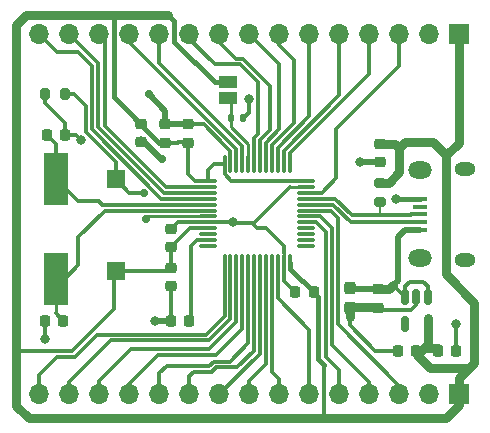
<source format=gbr>
%TF.GenerationSoftware,KiCad,Pcbnew,7.0.5-7.0.5~ubuntu20.04.1*%
%TF.CreationDate,2023-12-02T16:13:28+01:00*%
%TF.ProjectId,ST_prot,53545f70-726f-4742-9e6b-696361645f70,rev?*%
%TF.SameCoordinates,Original*%
%TF.FileFunction,Copper,L1,Top*%
%TF.FilePolarity,Positive*%
%FSLAX46Y46*%
G04 Gerber Fmt 4.6, Leading zero omitted, Abs format (unit mm)*
G04 Created by KiCad (PCBNEW 7.0.5-7.0.5~ubuntu20.04.1) date 2023-12-02 16:13:28*
%MOMM*%
%LPD*%
G01*
G04 APERTURE LIST*
G04 Aperture macros list*
%AMRoundRect*
0 Rectangle with rounded corners*
0 $1 Rounding radius*
0 $2 $3 $4 $5 $6 $7 $8 $9 X,Y pos of 4 corners*
0 Add a 4 corners polygon primitive as box body*
4,1,4,$2,$3,$4,$5,$6,$7,$8,$9,$2,$3,0*
0 Add four circle primitives for the rounded corners*
1,1,$1+$1,$2,$3*
1,1,$1+$1,$4,$5*
1,1,$1+$1,$6,$7*
1,1,$1+$1,$8,$9*
0 Add four rect primitives between the rounded corners*
20,1,$1+$1,$2,$3,$4,$5,0*
20,1,$1+$1,$4,$5,$6,$7,0*
20,1,$1+$1,$6,$7,$8,$9,0*
20,1,$1+$1,$8,$9,$2,$3,0*%
G04 Aperture macros list end*
%TA.AperFunction,SMDPad,CuDef*%
%ADD10RoundRect,0.237500X-0.237500X0.300000X-0.237500X-0.300000X0.237500X-0.300000X0.237500X0.300000X0*%
%TD*%
%TA.AperFunction,SMDPad,CuDef*%
%ADD11RoundRect,0.225000X0.225000X0.250000X-0.225000X0.250000X-0.225000X-0.250000X0.225000X-0.250000X0*%
%TD*%
%TA.AperFunction,SMDPad,CuDef*%
%ADD12RoundRect,0.225000X0.250000X-0.225000X0.250000X0.225000X-0.250000X0.225000X-0.250000X-0.225000X0*%
%TD*%
%TA.AperFunction,SMDPad,CuDef*%
%ADD13RoundRect,0.225000X-0.250000X0.225000X-0.250000X-0.225000X0.250000X-0.225000X0.250000X0.225000X0*%
%TD*%
%TA.AperFunction,SMDPad,CuDef*%
%ADD14RoundRect,0.225000X-0.225000X-0.250000X0.225000X-0.250000X0.225000X0.250000X-0.225000X0.250000X0*%
%TD*%
%TA.AperFunction,SMDPad,CuDef*%
%ADD15RoundRect,0.218750X0.218750X0.256250X-0.218750X0.256250X-0.218750X-0.256250X0.218750X-0.256250X0*%
%TD*%
%TA.AperFunction,SMDPad,CuDef*%
%ADD16RoundRect,0.218750X-0.218750X-0.256250X0.218750X-0.256250X0.218750X0.256250X-0.218750X0.256250X0*%
%TD*%
%TA.AperFunction,ComponentPad*%
%ADD17R,1.700000X1.700000*%
%TD*%
%TA.AperFunction,ComponentPad*%
%ADD18O,1.700000X1.700000*%
%TD*%
%TA.AperFunction,SMDPad,CuDef*%
%ADD19R,1.500000X1.000000*%
%TD*%
%TA.AperFunction,SMDPad,CuDef*%
%ADD20RoundRect,0.135000X-0.135000X-0.185000X0.135000X-0.185000X0.135000X0.185000X-0.135000X0.185000X0*%
%TD*%
%TA.AperFunction,SMDPad,CuDef*%
%ADD21RoundRect,0.075000X-0.662500X-0.075000X0.662500X-0.075000X0.662500X0.075000X-0.662500X0.075000X0*%
%TD*%
%TA.AperFunction,SMDPad,CuDef*%
%ADD22RoundRect,0.075000X-0.075000X-0.662500X0.075000X-0.662500X0.075000X0.662500X-0.075000X0.662500X0*%
%TD*%
%TA.AperFunction,SMDPad,CuDef*%
%ADD23R,2.000000X4.500000*%
%TD*%
%TA.AperFunction,SMDPad,CuDef*%
%ADD24R,1.300000X0.450000*%
%TD*%
%TA.AperFunction,ComponentPad*%
%ADD25O,1.800000X1.150000*%
%TD*%
%TA.AperFunction,ComponentPad*%
%ADD26O,2.000000X1.450000*%
%TD*%
%TA.AperFunction,SMDPad,CuDef*%
%ADD27RoundRect,0.200000X-0.275000X0.200000X-0.275000X-0.200000X0.275000X-0.200000X0.275000X0.200000X0*%
%TD*%
%TA.AperFunction,SMDPad,CuDef*%
%ADD28R,1.500000X1.500000*%
%TD*%
%TA.AperFunction,SMDPad,CuDef*%
%ADD29RoundRect,0.200000X-0.200000X-0.275000X0.200000X-0.275000X0.200000X0.275000X-0.200000X0.275000X0*%
%TD*%
%TA.AperFunction,SMDPad,CuDef*%
%ADD30RoundRect,0.150000X-0.150000X0.512500X-0.150000X-0.512500X0.150000X-0.512500X0.150000X0.512500X0*%
%TD*%
%TA.AperFunction,ViaPad*%
%ADD31C,0.800000*%
%TD*%
%TA.AperFunction,ViaPad*%
%ADD32C,0.700000*%
%TD*%
%TA.AperFunction,Conductor*%
%ADD33C,0.300000*%
%TD*%
%TA.AperFunction,Conductor*%
%ADD34C,0.250000*%
%TD*%
%TA.AperFunction,Conductor*%
%ADD35C,0.500000*%
%TD*%
%TA.AperFunction,Conductor*%
%ADD36C,0.400000*%
%TD*%
%TA.AperFunction,Conductor*%
%ADD37C,0.750000*%
%TD*%
%TA.AperFunction,Conductor*%
%ADD38C,0.200000*%
%TD*%
G04 APERTURE END LIST*
D10*
%TO.P,C1,1*%
%TO.N,+5V*%
X82169000Y-51956500D03*
%TO.P,C1,2*%
%TO.N,GND*%
X82169000Y-53681500D03*
%TD*%
D11*
%TO.P,C2,1*%
%TO.N,+3.3V*%
X87783000Y-57277000D03*
%TO.P,C2,2*%
%TO.N,GND*%
X86233000Y-57277000D03*
%TD*%
D12*
%TO.P,C3,1*%
%TO.N,+3.3V*%
X66548000Y-39637000D03*
%TO.P,C3,2*%
%TO.N,GND*%
X66548000Y-38087000D03*
%TD*%
D13*
%TO.P,C4,1*%
%TO.N,+3.3V*%
X64516000Y-38074000D03*
%TO.P,C4,2*%
%TO.N,GND*%
X64516000Y-39624000D03*
%TD*%
D11*
%TO.P,C5,1*%
%TO.N,+3.3V*%
X79121000Y-52324000D03*
%TO.P,C5,2*%
%TO.N,GND*%
X77571000Y-52324000D03*
%TD*%
D13*
%TO.P,C6,1*%
%TO.N,+3.3V*%
X84709000Y-39751000D03*
%TO.P,C6,2*%
%TO.N,GND*%
X84709000Y-41301000D03*
%TD*%
D12*
%TO.P,C7,1*%
%TO.N,+3.3V*%
X68453000Y-39650000D03*
%TO.P,C7,2*%
%TO.N,GND*%
X68453000Y-38100000D03*
%TD*%
%TO.P,C8,1*%
%TO.N,+3.3V*%
X67056000Y-48514000D03*
%TO.P,C8,2*%
%TO.N,GND*%
X67056000Y-46964000D03*
%TD*%
D14*
%TO.P,C10,1*%
%TO.N,/HSE_OUT*%
X56515000Y-38989000D03*
%TO.P,C10,2*%
%TO.N,GND*%
X58065000Y-38989000D03*
%TD*%
D11*
%TO.P,C11,1*%
%TO.N,/HSE_IN*%
X57912000Y-54737000D03*
%TO.P,C11,2*%
%TO.N,GND*%
X56362000Y-54737000D03*
%TD*%
D15*
%TO.P,D1,1,K*%
%TO.N,GND*%
X91186000Y-57277000D03*
%TO.P,D1,2,A*%
%TO.N,+3.3V*%
X89611000Y-57277000D03*
%TD*%
D16*
%TO.P,D2,1,K*%
%TO.N,GND*%
X67005000Y-54737000D03*
%TO.P,D2,2,A*%
%TO.N,/LED_STAT*%
X68580000Y-54737000D03*
%TD*%
D17*
%TO.P,J2,1,Pin_1*%
%TO.N,+3.3V*%
X91440000Y-30480000D03*
D18*
%TO.P,J2,2,Pin_2*%
%TO.N,GND*%
X88900000Y-30480000D03*
%TO.P,J2,3,Pin_3*%
%TO.N,SWDIO*%
X86360000Y-30480000D03*
%TO.P,J2,4,Pin_4*%
%TO.N,SWCLK*%
X83820000Y-30480000D03*
%TO.P,J2,5,Pin_5*%
%TO.N,PA15*%
X81280000Y-30480000D03*
%TO.P,J2,6,Pin_6*%
%TO.N,SWO*%
X78740000Y-30480000D03*
%TO.P,J2,7,Pin_7*%
%TO.N,PB4*%
X76200000Y-30480000D03*
%TO.P,J2,8,Pin_8*%
%TO.N,PB5*%
X73660000Y-30480000D03*
%TO.P,J2,9,Pin_9*%
%TO.N,PB6*%
X71120000Y-30480000D03*
%TO.P,J2,10,Pin_10*%
%TO.N,PB7*%
X68580000Y-30480000D03*
%TO.P,J2,11,Pin_11*%
%TO.N,PB8*%
X66040000Y-30480000D03*
%TO.P,J2,12,Pin_12*%
%TO.N,PB9*%
X63500000Y-30480000D03*
%TO.P,J2,13,Pin_13*%
%TO.N,PC13*%
X60960000Y-30480000D03*
%TO.P,J2,14,Pin_14*%
%TO.N,PC14*%
X58420000Y-30480000D03*
%TO.P,J2,15,Pin_15*%
%TO.N,PC15*%
X55880000Y-30480000D03*
%TD*%
D19*
%TO.P,JP1,1,A*%
%TO.N,+3.3V*%
X71882000Y-34544000D03*
%TO.P,JP1,2,B*%
%TO.N,/BOOT0*%
X71882000Y-35844000D03*
%TD*%
D20*
%TO.P,R2,1*%
%TO.N,/BOOT0*%
X72134000Y-37592000D03*
%TO.P,R2,2*%
%TO.N,GND*%
X73154000Y-37592000D03*
%TD*%
D21*
%TO.P,U2,1,VBAT*%
%TO.N,+3.3V*%
X70161000Y-42887000D03*
%TO.P,U2,2,PC13*%
%TO.N,PC13*%
X70161000Y-43387000D03*
%TO.P,U2,3,PC14*%
%TO.N,PC14*%
X70161000Y-43887000D03*
%TO.P,U2,4,PC15*%
%TO.N,PC15*%
X70161000Y-44387000D03*
%TO.P,U2,5,PD0*%
%TO.N,/HSE_OUT*%
X70161000Y-44887000D03*
%TO.P,U2,6,PD1*%
%TO.N,/HSE_IN*%
X70161000Y-45387000D03*
%TO.P,U2,7,NRST*%
%TO.N,Net-(U2-NRST)*%
X70161000Y-45887000D03*
%TO.P,U2,8,VSSA*%
%TO.N,GND*%
X70161000Y-46387000D03*
%TO.P,U2,9,VDDA*%
%TO.N,+3.3V*%
X70161000Y-46887000D03*
%TO.P,U2,10,PA0*%
%TO.N,unconnected-(U2-PA0-Pad10)*%
X70161000Y-47387000D03*
%TO.P,U2,11,PA1*%
%TO.N,/LED_STAT*%
X70161000Y-47887000D03*
%TO.P,U2,12,PA2*%
%TO.N,unconnected-(U2-PA2-Pad12)*%
X70161000Y-48387000D03*
D22*
%TO.P,U2,13,PA3*%
%TO.N,PA3*%
X71573500Y-49799500D03*
%TO.P,U2,14,PA4*%
%TO.N,PA4*%
X72073500Y-49799500D03*
%TO.P,U2,15,PA5*%
%TO.N,PA5*%
X72573500Y-49799500D03*
%TO.P,U2,16,PA6*%
%TO.N,PA6*%
X73073500Y-49799500D03*
%TO.P,U2,17,PA7*%
%TO.N,PA7*%
X73573500Y-49799500D03*
%TO.P,U2,18,PB0*%
%TO.N,PB0*%
X74073500Y-49799500D03*
%TO.P,U2,19,PB1*%
%TO.N,PB1*%
X74573500Y-49799500D03*
%TO.P,U2,20,PB2*%
%TO.N,PB2*%
X75073500Y-49799500D03*
%TO.P,U2,21,PB10*%
%TO.N,PB10*%
X75573500Y-49799500D03*
%TO.P,U2,22,PB11*%
%TO.N,PB11*%
X76073500Y-49799500D03*
%TO.P,U2,23,VSS*%
%TO.N,GND*%
X76573500Y-49799500D03*
%TO.P,U2,24,VDD*%
%TO.N,+3.3V*%
X77073500Y-49799500D03*
D21*
%TO.P,U2,25,PB12*%
%TO.N,unconnected-(U2-PB12-Pad25)*%
X78486000Y-48387000D03*
%TO.P,U2,26,PB13*%
%TO.N,unconnected-(U2-PB13-Pad26)*%
X78486000Y-47887000D03*
%TO.P,U2,27,PB14*%
%TO.N,unconnected-(U2-PB14-Pad27)*%
X78486000Y-47387000D03*
%TO.P,U2,28,PB15*%
%TO.N,unconnected-(U2-PB15-Pad28)*%
X78486000Y-46887000D03*
%TO.P,U2,29,PA8*%
%TO.N,PA8*%
X78486000Y-46387000D03*
%TO.P,U2,30,PA9*%
%TO.N,PA9*%
X78486000Y-45887000D03*
%TO.P,U2,31,PA10*%
%TO.N,PA10*%
X78486000Y-45387000D03*
%TO.P,U2,32,PA11*%
%TO.N,USB_D-*%
X78486000Y-44887000D03*
%TO.P,U2,33,PA12*%
%TO.N,USB_D+*%
X78486000Y-44387000D03*
%TO.P,U2,34,PA13*%
%TO.N,SWDIO*%
X78486000Y-43887000D03*
%TO.P,U2,35,VSS*%
%TO.N,GND*%
X78486000Y-43387000D03*
%TO.P,U2,36,VDD*%
%TO.N,+3.3V*%
X78486000Y-42887000D03*
D22*
%TO.P,U2,37,PA14*%
%TO.N,SWCLK*%
X77073500Y-41474500D03*
%TO.P,U2,38,PA15*%
%TO.N,PA15*%
X76573500Y-41474500D03*
%TO.P,U2,39,PB3*%
%TO.N,SWO*%
X76073500Y-41474500D03*
%TO.P,U2,40,PB4*%
%TO.N,PB4*%
X75573500Y-41474500D03*
%TO.P,U2,41,PB5*%
%TO.N,PB5*%
X75073500Y-41474500D03*
%TO.P,U2,42,PB6*%
%TO.N,PB6*%
X74573500Y-41474500D03*
%TO.P,U2,43,PB7*%
%TO.N,PB7*%
X74073500Y-41474500D03*
%TO.P,U2,44,BOOT0*%
%TO.N,/BOOT0*%
X73573500Y-41474500D03*
%TO.P,U2,45,PB8*%
%TO.N,PB8*%
X73073500Y-41474500D03*
%TO.P,U2,46,PB9*%
%TO.N,PB9*%
X72573500Y-41474500D03*
%TO.P,U2,47,VSS*%
%TO.N,GND*%
X72073500Y-41474500D03*
%TO.P,U2,48,VDD*%
%TO.N,+3.3V*%
X71573500Y-41474500D03*
%TD*%
D23*
%TO.P,Y1,1,1*%
%TO.N,/HSE_OUT*%
X57277000Y-42681000D03*
%TO.P,Y1,2,2*%
%TO.N,/HSE_IN*%
X57277000Y-51181000D03*
%TD*%
D24*
%TO.P,J1,1,VBUS*%
%TO.N,+5V*%
X88098000Y-47020000D03*
%TO.P,J1,2,D-*%
%TO.N,USB_D-*%
X88098000Y-46370000D03*
%TO.P,J1,3,D+*%
%TO.N,USB_D+*%
X88098000Y-45720000D03*
%TO.P,J1,4,ID*%
%TO.N,unconnected-(J1-ID-Pad4)*%
X88098000Y-45070000D03*
%TO.P,J1,5,GND*%
%TO.N,GND*%
X88098000Y-44420000D03*
D25*
%TO.P,J1,6,Shield*%
%TO.N,unconnected-(J1-Shield-Pad6)*%
X91948000Y-49595000D03*
D26*
X88148000Y-49445000D03*
X88148000Y-41995000D03*
D25*
X91948000Y-41845000D03*
%TD*%
D13*
%TO.P,C9,1*%
%TO.N,+3.3V*%
X67056000Y-50266000D03*
%TO.P,C9,2*%
%TO.N,GND*%
X67056000Y-51816000D03*
%TD*%
D27*
%TO.P,R4,1*%
%TO.N,+3.3V*%
X84709000Y-43053000D03*
%TO.P,R4,2*%
%TO.N,USB_D+*%
X84709000Y-44703000D03*
%TD*%
D17*
%TO.P,J3,1,Pin_1*%
%TO.N,+3.3V*%
X91440000Y-60960000D03*
D18*
%TO.P,J3,2,Pin_2*%
%TO.N,GND*%
X88900000Y-60960000D03*
%TO.P,J3,3,Pin_3*%
%TO.N,PA10*%
X86360000Y-60960000D03*
%TO.P,J3,4,Pin_4*%
%TO.N,PA9*%
X83820000Y-60960000D03*
%TO.P,J3,5,Pin_5*%
%TO.N,PA8*%
X81280000Y-60960000D03*
%TO.P,J3,6,Pin_6*%
%TO.N,PB11*%
X78740000Y-60960000D03*
%TO.P,J3,7,Pin_7*%
%TO.N,PB10*%
X76200000Y-60960000D03*
%TO.P,J3,8,Pin_8*%
%TO.N,PB2*%
X73660000Y-60960000D03*
%TO.P,J3,9,Pin_9*%
%TO.N,PB1*%
X71120000Y-60960000D03*
%TO.P,J3,10,Pin_10*%
%TO.N,PB0*%
X68580000Y-60960000D03*
%TO.P,J3,11,Pin_11*%
%TO.N,PA7*%
X66040000Y-60960000D03*
%TO.P,J3,12,Pin_12*%
%TO.N,PA6*%
X63500000Y-60960000D03*
%TO.P,J3,13,Pin_13*%
%TO.N,PA5*%
X60960000Y-60960000D03*
%TO.P,J3,14,Pin_14*%
%TO.N,PA4*%
X58420000Y-60960000D03*
%TO.P,J3,15,Pin_15*%
%TO.N,PA3*%
X55880000Y-60960000D03*
%TD*%
D13*
%TO.P,C12,1*%
%TO.N,+5V*%
X84582000Y-52057000D03*
%TO.P,C12,2*%
%TO.N,GND*%
X84582000Y-53607000D03*
%TD*%
D28*
%TO.P,SW2,1,1*%
%TO.N,+3.3V*%
X62357000Y-50509000D03*
%TO.P,SW2,2,2*%
%TO.N,Net-(U2-NRST)*%
X62357000Y-42709000D03*
%TD*%
D29*
%TO.P,R5,1*%
%TO.N,GND*%
X56389000Y-35560000D03*
%TO.P,R5,2*%
%TO.N,Net-(U2-NRST)*%
X58039000Y-35560000D03*
%TD*%
D30*
%TO.P,U3,1,VIN*%
%TO.N,+5V*%
X88773000Y-52716000D03*
%TO.P,U3,2,GND*%
%TO.N,GND*%
X87823000Y-52716000D03*
%TO.P,U3,3,CE*%
%TO.N,+5V*%
X86873000Y-52716000D03*
%TO.P,U3,4,NC*%
%TO.N,unconnected-(U3-NC-Pad4)*%
X86873000Y-54991000D03*
%TO.P,U3,5,VOUT*%
%TO.N,+3.3V*%
X88773000Y-54991000D03*
%TD*%
D31*
%TO.N,GND*%
X86106000Y-44450000D03*
X59414023Y-39391977D03*
X56388000Y-56298500D03*
X73650500Y-35941000D03*
X65659000Y-54737000D03*
D32*
X65151000Y-35560000D03*
X66294000Y-41021000D03*
X82169000Y-54375000D03*
D31*
X91186000Y-54991000D03*
X83058000Y-41275000D03*
X72263000Y-46387000D03*
D32*
%TO.N,Net-(U2-NRST)*%
X64711272Y-43873728D03*
X64897000Y-46101000D03*
%TD*%
D33*
%TO.N,GND*%
X91186000Y-57277000D02*
X91186000Y-54991000D01*
D34*
X83084000Y-41301000D02*
X83058000Y-41275000D01*
D33*
X76573500Y-48379500D02*
X75057000Y-46863000D01*
D34*
X78486000Y-43387000D02*
X77140185Y-43387000D01*
D35*
X84709000Y-41301000D02*
X83084000Y-41301000D01*
D33*
X59414023Y-39391977D02*
X59011046Y-38989000D01*
D35*
X68440000Y-38087000D02*
X68453000Y-38100000D01*
D33*
X72073500Y-41474500D02*
X72073500Y-40377464D01*
D35*
X66167000Y-41021000D02*
X64516000Y-39370000D01*
D33*
X75057000Y-46863000D02*
X74295000Y-46863000D01*
D34*
X87823000Y-52716000D02*
X87823000Y-53400251D01*
D33*
X71521036Y-39829000D02*
X69792036Y-38100000D01*
X84328000Y-57277000D02*
X86233000Y-57277000D01*
D36*
X86106000Y-44450000D02*
X86111000Y-44445000D01*
D35*
X65151000Y-35560000D02*
X66548000Y-36957000D01*
D33*
X58065000Y-38989000D02*
X58065000Y-37999000D01*
X67633000Y-46387000D02*
X70161000Y-46387000D01*
D35*
X66548000Y-38087000D02*
X68440000Y-38087000D01*
D33*
X87823000Y-53400251D02*
X87375251Y-53848000D01*
X56389000Y-36323000D02*
X56389000Y-35560000D01*
X76573500Y-48996315D02*
X76573500Y-48379500D01*
D37*
X84569000Y-53594000D02*
X84582000Y-53607000D01*
D33*
X82169000Y-54375000D02*
X82169000Y-55118000D01*
D35*
X66548000Y-36957000D02*
X66548000Y-38087000D01*
D34*
X67056000Y-54686000D02*
X67005000Y-54737000D01*
D33*
X56362000Y-56272500D02*
X56362000Y-54737000D01*
X73650500Y-37095500D02*
X73650500Y-35941000D01*
D35*
X66294000Y-41021000D02*
X66167000Y-41021000D01*
D33*
X67056000Y-51816000D02*
X67056000Y-54686000D01*
X77571000Y-52324000D02*
X76573500Y-51326500D01*
D36*
X86136000Y-44420000D02*
X88098000Y-44420000D01*
D33*
X76573500Y-51326500D02*
X76573500Y-49799500D01*
D37*
X82169000Y-53594000D02*
X84569000Y-53594000D01*
D33*
X74052185Y-46620185D02*
X74052185Y-46475000D01*
X82169000Y-55118000D02*
X84328000Y-57277000D01*
X71525036Y-39829000D02*
X71521036Y-39829000D01*
X74052185Y-46475000D02*
X72351000Y-46475000D01*
X69792036Y-38100000D02*
X68453000Y-38100000D01*
X84823000Y-53848000D02*
X84678500Y-53703500D01*
D36*
X86106000Y-44450000D02*
X86136000Y-44420000D01*
D33*
X73152000Y-37594000D02*
X73650500Y-37095500D01*
X87375251Y-53848000D02*
X84823000Y-53848000D01*
X72263000Y-46387000D02*
X69231500Y-46387000D01*
X67056000Y-46964000D02*
X67633000Y-46387000D01*
X59011046Y-38989000D02*
X58065000Y-38989000D01*
D34*
X84678500Y-53703500D02*
X84582000Y-53607000D01*
D33*
X74295000Y-46863000D02*
X74052185Y-46620185D01*
X77140185Y-43387000D02*
X74052185Y-46475000D01*
X58065000Y-37999000D02*
X56389000Y-36323000D01*
D34*
X76573500Y-49799500D02*
X76573500Y-48996315D01*
D33*
X72351000Y-46475000D02*
X72263000Y-46387000D01*
D35*
X65659000Y-54737000D02*
X67005000Y-54737000D01*
D37*
X82169000Y-54375000D02*
X82169000Y-53594000D01*
D34*
X56388000Y-56298500D02*
X56362000Y-56272500D01*
D33*
X72073500Y-40377464D02*
X71525036Y-39829000D01*
D37*
%TO.N,+3.3V*%
X92265500Y-58737500D02*
X88963500Y-58737500D01*
D33*
X67637000Y-39637000D02*
X66548000Y-39637000D01*
D37*
X86011000Y-39751000D02*
X84709000Y-39751000D01*
D33*
X72147459Y-42887000D02*
X78486000Y-42887000D01*
D36*
X66548000Y-39637000D02*
X66053000Y-39637000D01*
D37*
X90350000Y-62975000D02*
X79955000Y-62975000D01*
X53925000Y-53500000D02*
X53925000Y-29700000D01*
X91440000Y-61885000D02*
X90350000Y-62975000D01*
X88773000Y-56701000D02*
X88773000Y-54483000D01*
X91440000Y-60960000D02*
X91440000Y-61885000D01*
D33*
X67056000Y-50266000D02*
X66813000Y-50509000D01*
D37*
X91440000Y-59563000D02*
X91440000Y-60960000D01*
X91440000Y-59563000D02*
X92710000Y-58293000D01*
X87850000Y-57624000D02*
X88773000Y-56701000D01*
D36*
X77123500Y-50326500D02*
X77123500Y-49799500D01*
D37*
X53925000Y-57023000D02*
X53925000Y-53500000D01*
D33*
X69049000Y-42887000D02*
X70161000Y-42887000D01*
X71573500Y-42313041D02*
X72147459Y-42887000D01*
D37*
X86850000Y-39610000D02*
X89240000Y-39610000D01*
D33*
X70161000Y-42887000D02*
X70161000Y-41980000D01*
D37*
X89386500Y-57052500D02*
X89611000Y-57277000D01*
X86850000Y-39610000D02*
X86360000Y-40100000D01*
X91440000Y-30480000D02*
X91440000Y-39630000D01*
D36*
X71882000Y-34544000D02*
X70723182Y-34544000D01*
D37*
X53925000Y-29700000D02*
X54800000Y-28825000D01*
X87850000Y-57624000D02*
X88421500Y-57052500D01*
D36*
X79121000Y-52324000D02*
X79502000Y-52705000D01*
D33*
X54179000Y-57277000D02*
X53925000Y-57023000D01*
D37*
X86360000Y-40100000D02*
X86011000Y-39751000D01*
X89240000Y-39610000D02*
X90350000Y-40720000D01*
D33*
X80010000Y-58437818D02*
X80010000Y-62920000D01*
D37*
X86360000Y-42164000D02*
X85471000Y-43053000D01*
D33*
X80010000Y-62920000D02*
X80000000Y-62930000D01*
D37*
X90297000Y-50787000D02*
X90297000Y-40773000D01*
D33*
X67650000Y-39624000D02*
X67637000Y-39637000D01*
X66813000Y-50509000D02*
X62357000Y-50509000D01*
D36*
X80000000Y-62930000D02*
X79955000Y-62975000D01*
D33*
X68427000Y-39624000D02*
X67650000Y-39624000D01*
X58674000Y-57277000D02*
X54179000Y-57277000D01*
D37*
X90297000Y-40773000D02*
X90350000Y-40720000D01*
D33*
X70666500Y-41474500D02*
X71573500Y-41474500D01*
X68453000Y-39650000D02*
X68427000Y-39624000D01*
D37*
X88421500Y-57052500D02*
X89386500Y-57052500D01*
X55000000Y-62975000D02*
X53925000Y-61900000D01*
D36*
X62230000Y-29010000D02*
X62415000Y-28825000D01*
D37*
X54800000Y-28825000D02*
X62415000Y-28825000D01*
D33*
X68453000Y-42291000D02*
X69049000Y-42887000D01*
X80000000Y-58427818D02*
X80010000Y-58437818D01*
X62230000Y-53721000D02*
X58674000Y-57277000D01*
D37*
X66485000Y-28825000D02*
X66825000Y-28825000D01*
D33*
X62230000Y-50763000D02*
X62230000Y-53721000D01*
D37*
X88963500Y-58737500D02*
X87850000Y-57624000D01*
X79955000Y-62975000D02*
X55000000Y-62975000D01*
D33*
X67056000Y-48514000D02*
X68683000Y-46887000D01*
D36*
X70723182Y-34544000D02*
X67310000Y-31130818D01*
X67310000Y-29310000D02*
X66825000Y-28825000D01*
D37*
X89611000Y-57277000D02*
X89611000Y-57023000D01*
X86360000Y-40100000D02*
X86360000Y-42164000D01*
D33*
X68453000Y-39650000D02*
X68453000Y-42291000D01*
D36*
X79502000Y-57929818D02*
X80000000Y-58427818D01*
D37*
X85471000Y-43053000D02*
X84709000Y-43053000D01*
D33*
X71573500Y-41474500D02*
X71573500Y-42313041D01*
D37*
X53925000Y-61900000D02*
X53925000Y-57023000D01*
X92710000Y-58293000D02*
X92710000Y-53200000D01*
X91440000Y-39630000D02*
X90350000Y-40720000D01*
D33*
X67056000Y-50266000D02*
X67056000Y-48514000D01*
D36*
X79502000Y-52705000D02*
X79502000Y-57929818D01*
D37*
X62415000Y-28825000D02*
X66485000Y-28825000D01*
D36*
X79121000Y-52324000D02*
X77123500Y-50326500D01*
D33*
X68683000Y-46887000D02*
X70161000Y-46887000D01*
D36*
X67310000Y-31130818D02*
X67310000Y-29310000D01*
D33*
X70161000Y-41980000D02*
X70666500Y-41474500D01*
D34*
X62484000Y-50509000D02*
X62230000Y-50763000D01*
D36*
X66053000Y-39637000D02*
X62230000Y-35814000D01*
D37*
X92710000Y-53200000D02*
X90297000Y-50787000D01*
D36*
X62230000Y-35814000D02*
X62230000Y-29010000D01*
D33*
%TO.N,/HSE_OUT*%
X65659000Y-44887000D02*
X61212893Y-44887000D01*
X56515000Y-38989000D02*
X57277000Y-39751000D01*
X70161000Y-44887000D02*
X65231305Y-44887000D01*
X61212893Y-44887000D02*
X60902893Y-44577000D01*
X60902893Y-44577000D02*
X59173000Y-44577000D01*
X59173000Y-44577000D02*
X57277000Y-42681000D01*
X57277000Y-39751000D02*
X57277000Y-42681000D01*
%TO.N,/HSE_IN*%
X61420000Y-45387000D02*
X70161000Y-45387000D01*
X59182000Y-47625000D02*
X61420000Y-45387000D01*
X59182000Y-50038000D02*
X59182000Y-47625000D01*
X57912000Y-54737000D02*
X57277000Y-54102000D01*
D34*
X57277000Y-54102000D02*
X57277000Y-51181000D01*
D33*
X58039000Y-51181000D02*
X59182000Y-50038000D01*
D34*
X57277000Y-51181000D02*
X58039000Y-51181000D01*
D33*
%TO.N,/LED_STAT*%
X70161000Y-47887000D02*
X69207000Y-47887000D01*
X68707000Y-54483000D02*
X68453000Y-54737000D01*
X69207000Y-47887000D02*
X68707000Y-48387000D01*
X68707000Y-48387000D02*
X68707000Y-54483000D01*
D35*
%TO.N,+5V*%
X82169000Y-52044000D02*
X84569000Y-52044000D01*
D37*
X84569000Y-52044000D02*
X84582000Y-52057000D01*
D35*
X86233000Y-51314000D02*
X86233000Y-47625000D01*
X86813000Y-47045000D02*
X88098000Y-47045000D01*
D34*
X86873000Y-52716000D02*
X85852000Y-51695000D01*
D35*
X86233000Y-47625000D02*
X86813000Y-47045000D01*
D33*
X86873000Y-52716000D02*
X86873000Y-51811000D01*
X87249000Y-51435000D02*
X88392000Y-51435000D01*
D35*
X85852000Y-51695000D02*
X86233000Y-51314000D01*
D33*
X86873000Y-51811000D02*
X87249000Y-51435000D01*
X88392000Y-51435000D02*
X88773000Y-51816000D01*
D37*
X85490000Y-52057000D02*
X85852000Y-51695000D01*
X84582000Y-52057000D02*
X85490000Y-52057000D01*
D33*
X88773000Y-51816000D02*
X88773000Y-52716000D01*
D38*
%TO.N,USB_D+*%
X84709000Y-45643000D02*
X84836000Y-45770000D01*
D33*
X80963000Y-44387000D02*
X78486000Y-44387000D01*
X82346000Y-45770000D02*
X80963000Y-44387000D01*
X87374999Y-45720000D02*
X87324999Y-45770000D01*
X87324999Y-45770000D02*
X85800000Y-45770000D01*
X88350000Y-45720000D02*
X87374999Y-45720000D01*
D38*
X84836000Y-45783000D02*
X85567000Y-45783000D01*
X84709000Y-44703000D02*
X84709000Y-45643000D01*
D33*
X85800000Y-45770000D02*
X84836000Y-45770000D01*
X84836000Y-45770000D02*
X82346000Y-45770000D01*
%TO.N,USB_D-*%
X80755894Y-44887000D02*
X82238894Y-46370000D01*
X78486000Y-44887000D02*
X80755894Y-44887000D01*
X82238894Y-46370000D02*
X88350000Y-46370000D01*
%TO.N,PC15*%
X59182000Y-32004000D02*
X60333000Y-33155000D01*
X55880000Y-30480000D02*
X57404000Y-32004000D01*
X60333000Y-38506212D02*
X66213788Y-44387000D01*
X60333000Y-33155000D02*
X60333000Y-38506212D01*
X66213788Y-44387000D02*
X70161000Y-44387000D01*
X57404000Y-32004000D02*
X59182000Y-32004000D01*
%TO.N,PC14*%
X60833000Y-38299106D02*
X66420894Y-43887000D01*
X58420000Y-30480000D02*
X60833000Y-32893000D01*
X66420894Y-43887000D02*
X70161000Y-43887000D01*
X60833000Y-32893000D02*
X60833000Y-38299106D01*
%TO.N,PC13*%
X61468000Y-38227000D02*
X61468000Y-30988000D01*
X70161000Y-43387000D02*
X66628000Y-43387000D01*
X66628000Y-43387000D02*
X61468000Y-38227000D01*
X61468000Y-30988000D02*
X60960000Y-30480000D01*
%TO.N,PB9*%
X71728142Y-39329000D02*
X63500000Y-31100858D01*
X72573500Y-40170358D02*
X71732142Y-39329000D01*
X63500000Y-31100858D02*
X63500000Y-30480000D01*
X71732142Y-39329000D02*
X71728142Y-39329000D01*
X72573500Y-41474500D02*
X72573500Y-40170358D01*
%TO.N,PB8*%
X73073500Y-39963252D02*
X71939248Y-38829000D01*
X71939248Y-38829000D02*
X71935248Y-38829000D01*
X71657000Y-38550752D02*
X71657000Y-38546752D01*
X73073500Y-41474500D02*
X73073500Y-39963252D01*
X66040000Y-32929752D02*
X66040000Y-30480000D01*
X71657000Y-38546752D02*
X66040000Y-32929752D01*
X71935248Y-38829000D02*
X71657000Y-38550752D01*
%TO.N,PB7*%
X68580000Y-30861000D02*
X68580000Y-30480000D01*
X74073500Y-41474500D02*
X74073500Y-39230970D01*
X74400000Y-34522000D02*
X72898000Y-33020000D01*
X74073500Y-39230970D02*
X74400000Y-38904470D01*
X72898000Y-33020000D02*
X70739000Y-33020000D01*
X70739000Y-33020000D02*
X68580000Y-30861000D01*
X74400000Y-38904470D02*
X74400000Y-34522000D01*
%TO.N,PB6*%
X71120000Y-31115000D02*
X71120000Y-30480000D01*
X74573500Y-39438076D02*
X75438000Y-38573576D01*
X75438000Y-38573576D02*
X75438000Y-34852894D01*
X72525000Y-32520000D02*
X71120000Y-31115000D01*
X74573500Y-41474500D02*
X74573500Y-39438076D01*
X75438000Y-34852894D02*
X73105106Y-32520000D01*
X73105106Y-32520000D02*
X72525000Y-32520000D01*
%TO.N,PB5*%
X75073500Y-39645182D02*
X76200000Y-38518682D01*
X75073500Y-41474500D02*
X75073500Y-39645182D01*
X76200000Y-33020000D02*
X73660000Y-30480000D01*
X76200000Y-38518682D02*
X76200000Y-33020000D01*
%TO.N,PB4*%
X77470000Y-32639000D02*
X76200000Y-31369000D01*
X77470000Y-37955788D02*
X77470000Y-32639000D01*
X76200000Y-31369000D02*
X76200000Y-30480000D01*
X75573500Y-39852288D02*
X77470000Y-37955788D01*
X75573500Y-41474500D02*
X75573500Y-39852288D01*
%TO.N,SWO*%
X76073500Y-40059394D02*
X78740000Y-37392894D01*
X76073500Y-41474500D02*
X76073500Y-40059394D01*
X78740000Y-37392894D02*
X78740000Y-30480000D01*
%TO.N,SWDIO*%
X86360000Y-33147000D02*
X86360000Y-30480000D01*
X81026000Y-38481000D02*
X86360000Y-33147000D01*
X79811000Y-43887000D02*
X81026000Y-42672000D01*
X78486000Y-43887000D02*
X79811000Y-43887000D01*
X81026000Y-42672000D02*
X81026000Y-38481000D01*
%TO.N,SWCLK*%
X77073500Y-41474500D02*
X77073500Y-40537106D01*
X77073500Y-40537106D02*
X83820000Y-33790606D01*
X83820000Y-33790606D02*
X83820000Y-30480000D01*
%TO.N,PA3*%
X55880000Y-59309000D02*
X55880000Y-60960000D01*
X58881106Y-57777000D02*
X57412000Y-57777000D01*
X60770106Y-55888000D02*
X58881106Y-57777000D01*
X69969000Y-55888000D02*
X60770106Y-55888000D01*
X57412000Y-57777000D02*
X55880000Y-59309000D01*
X71573500Y-49799500D02*
X71573500Y-54283500D01*
X71573500Y-54283500D02*
X69969000Y-55888000D01*
%TO.N,PA4*%
X58420000Y-59944000D02*
X58420000Y-60960000D01*
X61976000Y-56388000D02*
X58420000Y-59944000D01*
X72073500Y-54545500D02*
X70231000Y-56388000D01*
X70231000Y-56388000D02*
X61976000Y-56388000D01*
X72073500Y-49799500D02*
X72073500Y-54545500D01*
%TO.N,PA5*%
X60960000Y-59817000D02*
X60960000Y-60960000D01*
X72573500Y-49799500D02*
X72573500Y-54807500D01*
X72573500Y-54807500D02*
X70231000Y-57150000D01*
X63627000Y-57150000D02*
X60960000Y-59817000D01*
X70231000Y-57150000D02*
X63627000Y-57150000D01*
%TO.N,PA6*%
X65913000Y-57658000D02*
X63500000Y-60071000D01*
X73073500Y-49799500D02*
X73073500Y-55450500D01*
X63500000Y-60071000D02*
X63500000Y-60960000D01*
X70866000Y-57658000D02*
X65913000Y-57658000D01*
X73073500Y-55450500D02*
X70866000Y-57658000D01*
%TO.N,PA7*%
X70658894Y-58174000D02*
X70285894Y-58547000D01*
X66675000Y-58547000D02*
X66040000Y-59182000D01*
X70285894Y-58547000D02*
X66675000Y-58547000D01*
X73573500Y-56601500D02*
X72001000Y-58174000D01*
X72001000Y-58174000D02*
X70658894Y-58174000D01*
X66040000Y-59182000D02*
X66040000Y-60960000D01*
X73573500Y-49799500D02*
X73573500Y-56601500D01*
%TO.N,PB0*%
X72644000Y-58674000D02*
X70866000Y-58674000D01*
X74073500Y-49799500D02*
X74073500Y-57244500D01*
X74073500Y-57244500D02*
X72644000Y-58674000D01*
X68969000Y-59047000D02*
X68580000Y-59436000D01*
X68580000Y-59436000D02*
X68580000Y-60960000D01*
X70493000Y-59047000D02*
X68969000Y-59047000D01*
X70866000Y-58674000D02*
X70493000Y-59047000D01*
%TO.N,PB1*%
X74573500Y-57506500D02*
X71120000Y-60960000D01*
X74573500Y-49799500D02*
X74573500Y-57506500D01*
%TO.N,PB2*%
X75073500Y-49799500D02*
X75073500Y-58403500D01*
X73660000Y-59817000D02*
X73660000Y-60960000D01*
X75073500Y-58403500D02*
X73660000Y-59817000D01*
%TO.N,PB10*%
X76200000Y-59690000D02*
X76200000Y-60960000D01*
X75573500Y-49799500D02*
X75573500Y-59063500D01*
X75573500Y-59063500D02*
X76200000Y-59690000D01*
%TO.N,PB11*%
X78740000Y-55499000D02*
X78740000Y-60960000D01*
X76073500Y-52832500D02*
X78740000Y-55499000D01*
X76073500Y-49799500D02*
X76073500Y-52832500D01*
%TO.N,PA8*%
X80153000Y-57803000D02*
X81280000Y-58930000D01*
X81280000Y-58930000D02*
X81280000Y-60960000D01*
X79324541Y-46387000D02*
X80153000Y-47215459D01*
X78486000Y-46387000D02*
X79324541Y-46387000D01*
X80153000Y-47215459D02*
X80153000Y-57803000D01*
%TO.N,PA9*%
X79669000Y-45887000D02*
X78486000Y-45887000D01*
X80653000Y-46871000D02*
X79669000Y-45887000D01*
X83820000Y-60960000D02*
X83820000Y-59920000D01*
X83820000Y-59920000D02*
X80653000Y-56753000D01*
X80653000Y-56753000D02*
X80653000Y-46871000D01*
%TO.N,PA10*%
X80548788Y-45387000D02*
X81153000Y-45991212D01*
X81153000Y-55033000D02*
X86360000Y-60240000D01*
X86360000Y-60460000D02*
X86360000Y-60960000D01*
X78486000Y-45387000D02*
X80548788Y-45387000D01*
X81153000Y-45991212D02*
X81153000Y-55033000D01*
X86360000Y-60240000D02*
X86360000Y-60960000D01*
D34*
%TO.N,/BOOT0*%
X72136000Y-38350000D02*
X72136000Y-36098000D01*
X73573500Y-41474500D02*
X73573500Y-39791500D01*
X73573500Y-39791500D02*
X72136000Y-38354000D01*
X72136000Y-36098000D02*
X71882000Y-35844000D01*
D33*
%TO.N,PA15*%
X76573500Y-41474500D02*
X76573500Y-40330000D01*
X76573500Y-40330000D02*
X81280000Y-35623500D01*
X81280000Y-35623500D02*
X81280000Y-30480000D01*
%TO.N,Net-(U2-NRST)*%
X62357000Y-42709000D02*
X63521728Y-43873728D01*
X59817000Y-36576000D02*
X59817000Y-38735000D01*
X63521728Y-43873728D02*
X64711272Y-43873728D01*
X62357000Y-41275000D02*
X62357000Y-42709000D01*
X58801000Y-35560000D02*
X59817000Y-36576000D01*
D34*
X65111000Y-45887000D02*
X70161000Y-45887000D01*
X64897000Y-46101000D02*
X65111000Y-45887000D01*
D33*
X58039000Y-35560000D02*
X58801000Y-35560000D01*
X59817000Y-38735000D02*
X62357000Y-41275000D01*
%TD*%
M02*

</source>
